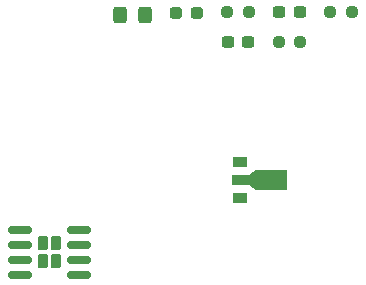
<source format=gbr>
%TF.GenerationSoftware,KiCad,Pcbnew,(6.0.11)*%
%TF.CreationDate,2023-03-07T15:10:14+01:00*%
%TF.ProjectId,ultrasonic speaker,756c7472-6173-46f6-9e69-632073706561,rev?*%
%TF.SameCoordinates,Original*%
%TF.FileFunction,Paste,Top*%
%TF.FilePolarity,Positive*%
%FSLAX46Y46*%
G04 Gerber Fmt 4.6, Leading zero omitted, Abs format (unit mm)*
G04 Created by KiCad (PCBNEW (6.0.11)) date 2023-03-07 15:10:14*
%MOMM*%
%LPD*%
G01*
G04 APERTURE LIST*
G04 Aperture macros list*
%AMRoundRect*
0 Rectangle with rounded corners*
0 $1 Rounding radius*
0 $2 $3 $4 $5 $6 $7 $8 $9 X,Y pos of 4 corners*
0 Add a 4 corners polygon primitive as box body*
4,1,4,$2,$3,$4,$5,$6,$7,$8,$9,$2,$3,0*
0 Add four circle primitives for the rounded corners*
1,1,$1+$1,$2,$3*
1,1,$1+$1,$4,$5*
1,1,$1+$1,$6,$7*
1,1,$1+$1,$8,$9*
0 Add four rect primitives between the rounded corners*
20,1,$1+$1,$2,$3,$4,$5,0*
20,1,$1+$1,$4,$5,$6,$7,0*
20,1,$1+$1,$6,$7,$8,$9,0*
20,1,$1+$1,$8,$9,$2,$3,0*%
%AMFreePoly0*
4,1,10,3.862500,-0.866500,1.250843,-0.866500,1.250861,-0.861585,0.725074,-0.450000,-0.737500,-0.450000,-0.737500,0.450000,0.725074,0.450000,1.257139,0.866500,3.862500,0.866500,3.862500,-0.866500,3.862500,-0.866500,$1*%
G04 Aperture macros list end*
%ADD10RoundRect,0.230000X-0.230000X-0.375000X0.230000X-0.375000X0.230000X0.375000X-0.230000X0.375000X0*%
%ADD11RoundRect,0.150000X-0.825000X-0.150000X0.825000X-0.150000X0.825000X0.150000X-0.825000X0.150000X0*%
%ADD12R,1.300000X0.900000*%
%ADD13FreePoly0,0.000000*%
%ADD14RoundRect,0.237500X-0.250000X-0.237500X0.250000X-0.237500X0.250000X0.237500X-0.250000X0.237500X0*%
%ADD15RoundRect,0.250000X-0.325000X-0.450000X0.325000X-0.450000X0.325000X0.450000X-0.325000X0.450000X0*%
%ADD16RoundRect,0.237500X-0.287500X-0.237500X0.287500X-0.237500X0.287500X0.237500X-0.287500X0.237500X0*%
%ADD17RoundRect,0.237500X-0.300000X-0.237500X0.300000X-0.237500X0.300000X0.237500X-0.300000X0.237500X0*%
G04 APERTURE END LIST*
D10*
%TO.C,U2*%
X149290000Y-83070000D03*
X150430000Y-84570000D03*
X150430000Y-83070000D03*
X149290000Y-84570000D03*
D11*
X147385000Y-81915000D03*
X147385000Y-83185000D03*
X147385000Y-84455000D03*
X147385000Y-85725000D03*
X152335000Y-85725000D03*
X152335000Y-84455000D03*
X152335000Y-83185000D03*
X152335000Y-81915000D03*
%TD*%
D12*
%TO.C,U3*%
X165990000Y-76200000D03*
D13*
X166077500Y-77700000D03*
D12*
X165990000Y-79200000D03*
%TD*%
D14*
%TO.C,R3*%
X175442500Y-63500000D03*
X173617500Y-63500000D03*
%TD*%
%TO.C,R2*%
X164917500Y-63500000D03*
X166742500Y-63500000D03*
%TD*%
%TO.C,R1*%
X169267500Y-66010000D03*
X171092500Y-66010000D03*
%TD*%
D15*
%TO.C,D2*%
X155870000Y-63765000D03*
X157920000Y-63765000D03*
%TD*%
D16*
%TO.C,D1*%
X162360000Y-63540000D03*
X160610000Y-63540000D03*
%TD*%
D17*
%TO.C,C2*%
X164967500Y-66010000D03*
X166692500Y-66010000D03*
%TD*%
%TO.C,C1*%
X169317500Y-63500000D03*
X171042500Y-63500000D03*
%TD*%
M02*

</source>
